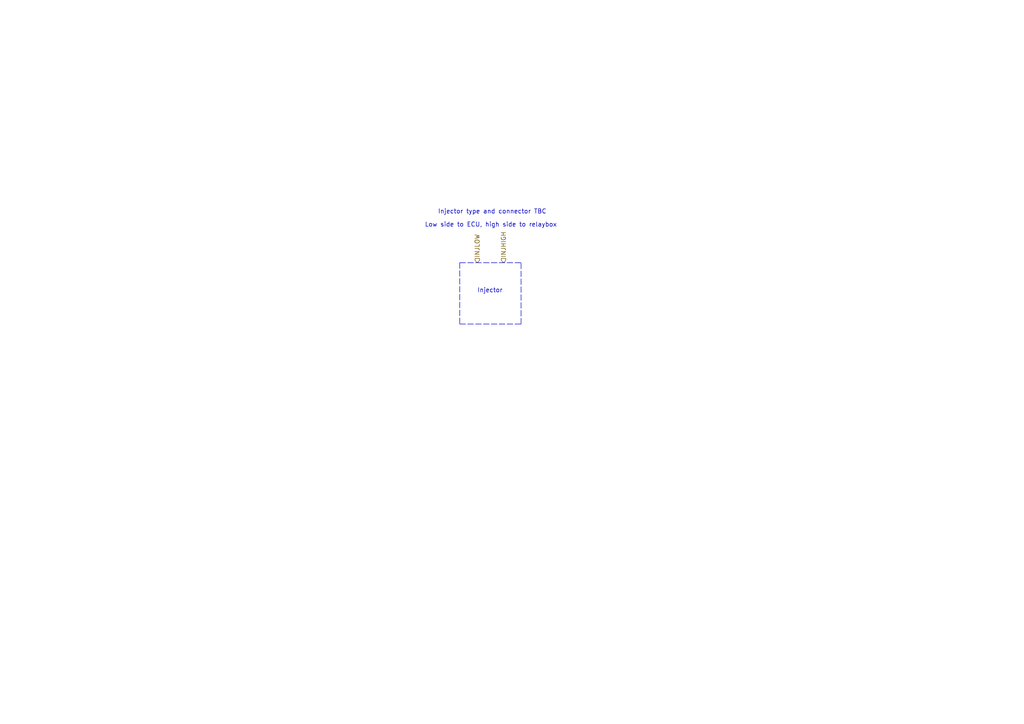
<source format=kicad_sch>
(kicad_sch (version 20211123) (generator eeschema)
  (paper "A4")
  (lib_symbols)
  (polyline (pts (xy 133.35 76.2) (xy 133.35 93.98)))
  (polyline (pts (xy 133.35 93.98) (xy 151.13 93.98)))
  (polyline (pts (xy 151.13 93.98) (xy 151.13 76.2)))
  (polyline (pts (xy 133.35 76.2) (xy 151.13 76.2)))
  (text "Low side to ECU, high side to relaybox" (at 123.19 66.04 0) (effects (font (size 1.27 1.27)) (justify left bottom)))
  (text "Injector" (at 138.43 85.09 0) (effects (font (size 1.27 1.27)) (justify left bottom)))
  (text "Injector type and connector TBC" (at 127 62.23 0) (effects (font (size 1.27 1.27)) (justify left bottom)))
  (hierarchical_label "INJHIGH" (shape input) (at 146.05 76.2 90))
  (hierarchical_label "INJLOW" (shape input) (at 138.43 76.2 90))
)
</source>
